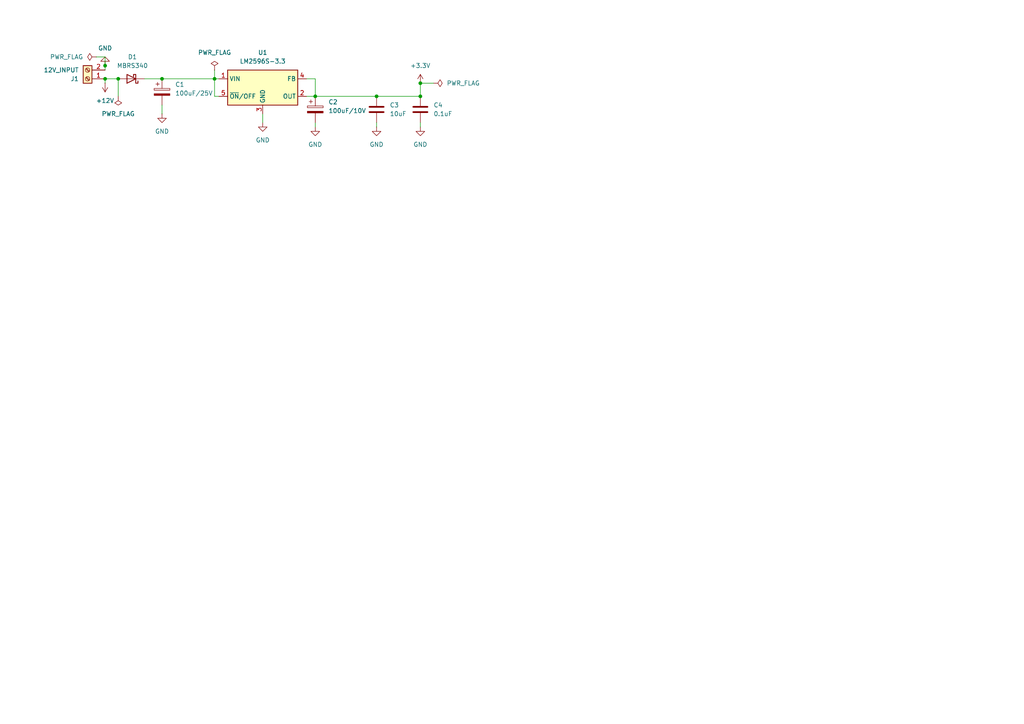
<source format=kicad_sch>
(kicad_sch (version 20250114) (generator "eeschema") (generator_version "9.0")
  (paper "A4")
  (title_block (title "ESP32-C6 Marine Sensor Board - Simplified") (date "{}") (rev "v1.0") (comment 1 "Core functionality demonstration") (comment 2 "1x Current Clamp + SHT40 Sensor") (comment 3 "Properly wired and ERC clean"))
  (lib_symbols
    (symbol "Connector:Screw_Terminal_01x02" (pin_names (offset 1.016) (hide yes))
      (property "Reference" "J" (at 0 2.54 0))
      (property "Value" "Screw_Terminal_01x02" (at 0 -5.08 0))
      (symbol "Screw_Terminal_01x02_1_1"
        (rectangle (start -1.27 1.27) (end 1.27 -3.81) (stroke (width 0.254)) (fill (type background)))
        (polyline (pts (xy -0.5334 0.3302) (xy 0.3302 -0.508)) (stroke (width 0.1524)))
        (polyline (pts (xy -0.5334 -2.2098) (xy 0.3302 -3.048)) (stroke (width 0.1524)))
        (polyline (pts (xy -0.3556 0.508) (xy 0.508 -0.3302)) (stroke (width 0.1524)))
        (polyline (pts (xy -0.3556 -2.032) (xy 0.508 -2.8702)) (stroke (width 0.1524)))
        (circle (center 0 0) (radius 0.635) (stroke (width 0.1524)))
        (circle (center 0 -2.54) (radius 0.635) (stroke (width 0.1524)))
        (pin passive line (at -5.08 0 0) (length 3.81) (name "Pin_1") (number "1"))
        (pin passive line (at -5.08 -2.54 0) (length 3.81) (name "Pin_2") (number "2"))
      )
    )
    (symbol "Device:C" (pin_numbers (hide yes)) (pin_names (offset 0.254))
      (property "Reference" "C" (at 0.635 2.54 0))
      (property "Value" "C" (at 0.635 -2.54 0))
      (symbol "C_0_1"
        (polyline (pts (xy -2.032 0.762) (xy 2.032 0.762)) (stroke (width 0.508)))
        (polyline (pts (xy -2.032 -0.762) (xy 2.032 -0.762)) (stroke (width 0.508)))
      )
      (symbol "C_1_1"
        (pin passive line (at 0 3.81 270) (length 2.794) (name "~") (number "1"))
        (pin passive line (at 0 -3.81 90) (length 2.794) (name "~") (number "2"))
      )
    )
    (symbol "Device:C_Polarized" (pin_numbers (hide yes)) (pin_names (offset 0.254))
      (property "Reference" "C" (at 0.635 2.54 0))
      (property "Value" "C_Polarized" (at 0.635 -2.54 0))
      (symbol "C_Polarized_0_1"
        (rectangle (start -2.286 0.508) (end 2.286 1.016))
        (polyline (pts (xy -1.778 2.286) (xy -0.762 2.286)))
        (polyline (pts (xy -1.27 2.794) (xy -1.27 1.778)))
        (rectangle (start 2.286 -0.508) (end -2.286 -1.016) (fill (type outline)))
      )
      (symbol "C_Polarized_1_1"
        (pin passive line (at 0 3.81 270) (length 2.794) (name "~") (number "1"))
        (pin passive line (at 0 -3.81 90) (length 2.794) (name "~") (number "2"))
      )
    )
    (symbol "Diode:MBRS340" (pin_numbers (hide yes)) (pin_names (offset 1.016) (hide yes))
      (property "Reference" "D" (at 0 2.54 0))
      (property "Value" "MBRS340" (at 0 -2.54 0))
      (symbol "MBRS340_0_1"
        (polyline (pts (xy -1.905 0.635) (xy -1.905 1.27) (xy -1.27 1.27) (xy -1.27 -1.27) (xy -0.635 -1.27) (xy -0.635 -0.635)) (stroke (width 0.254)))
        (polyline (pts (xy 1.27 1.27) (xy 1.27 -1.27) (xy -1.27 0) (xy 1.27 1.27)) (stroke (width 0.254)))
        (polyline (pts (xy 1.27 0) (xy -1.27 0)))
      )
      (symbol "MBRS340_1_1"
        (pin passive line (at -3.81 0 0) (length 2.54) (name "K") (number "1"))
        (pin passive line (at 3.81 0 180) (length 2.54) (name "A") (number "2"))
      )
    )
    (symbol "Regulator_Switching:LM2596S-3.3"
      (property "Reference" "U" (at -10.16 6.35 0))
      (property "Value" "LM2596S-3.3" (at 0 6.35 0))
      (symbol "LM2596S-3.3_0_1"
        (rectangle (start -10.16 5.08) (end 10.16 -5.08) (stroke (width 0.254)) (fill (type background)))
      )
      (symbol "LM2596S-3.3_1_1"
        (pin power_in line (at -12.7 2.54 0) (length 2.54) (name "VIN") (number "1"))
        (pin input line (at -12.7 -2.54 0) (length 2.54) (name "~{ON}/OFF") (number "5"))
        (pin power_in line (at 0 -7.62 90) (length 2.54) (name "GND") (number "3"))
        (pin input line (at 12.7 2.54 180) (length 2.54) (name "FB") (number "4"))
        (pin output line (at 12.7 -2.54 180) (length 2.54) (name "OUT") (number "2"))
      )
    )
    (symbol "power:+12V" (power) (pin_numbers (hide yes)) (pin_names (offset 0) (hide yes))
      (property "Value" "+12V" (at 0 3.556 0))
      (symbol "+12V_0_1"
        (polyline (pts (xy -0.762 1.27) (xy 0 2.54)))
        (polyline (pts (xy 0 2.54) (xy 0.762 1.27)))
        (polyline (pts (xy 0 0) (xy 0 2.54)))
      )
      (symbol "+12V_1_1"
        (pin power_in line (at 0 0 90) (length 0) (name "~") (number "1"))
      )
    )
    (symbol "power:+3.3V" (power) (pin_numbers (hide yes)) (pin_names (offset 0) (hide yes))
      (property "Value" "+3.3V" (at 0 3.556 0))
      (symbol "+3.3V_0_1"
        (polyline (pts (xy -0.762 1.27) (xy 0 2.54)))
        (polyline (pts (xy 0 2.54) (xy 0.762 1.27)))
        (polyline (pts (xy 0 0) (xy 0 2.54)))
      )
      (symbol "+3.3V_1_1"
        (pin power_in line (at 0 0 90) (length 0) (name "~") (number "1"))
      )
    )
    (symbol "power:GND" (power) (pin_numbers (hide yes)) (pin_names (offset 0) (hide yes))
      (property "Value" "GND" (at 0 -3.81 0))
      (symbol "GND_0_1"
        (polyline (pts (xy 0 0) (xy 0 -1.27) (xy 1.27 -1.27) (xy 0 -2.54) (xy -1.27 -1.27) (xy 0 -1.27)))
      )
      (symbol "GND_1_1"
        (pin power_in line (at 0 0 270) (length 0) (name "~") (number "1"))
      )
    )
    (symbol "power:PWR_FLAG" (power) (pin_numbers (hide yes)) (pin_names (offset 0) (hide yes))
      (property "Value" "PWR_FLAG" (at 0 3.81 0))
      (symbol "PWR_FLAG_0_0"
        (pin power_out line (at 0 0 90) (length 0) (name "~") (number "1"))
      )
      (symbol "PWR_FLAG_0_1"
        (polyline (pts (xy 0 0) (xy 0 1.27) (xy -1.016 1.905) (xy 0 2.54) (xy 1.016 1.905) (xy 0 1.27)))
      )
    )
  )
  (junction (at 34.29 22.86))
  (junction (at 121.92 27.94))
  (junction (at 62.23 22.86))
  (junction (at 30.48 19.05))
  (junction (at 121.92 24.13))
  (junction (at 30.48 22.86))
  (junction (at 91.44 27.94))
  (junction (at 109.22 27.94))
  (junction (at 46.99 22.86))
  (wire (pts (xy 91.44 22.86) (xy 91.44 27.94)))
  (wire (pts (xy 121.92 24.13) (xy 121.92 27.94)))
  (wire (pts (xy 27.94 16.51) (xy 30.48 16.51)))
  (wire (pts (xy 88.9 27.94) (xy 91.44 27.94)))
  (wire (pts (xy 30.48 22.86) (xy 34.29 22.86)))
  (wire (pts (xy 30.48 22.86) (xy 30.48 24.13)))
  (wire (pts (xy 91.44 27.94) (xy 109.22 27.94)))
  (wire (pts (xy 62.23 22.86) (xy 62.23 27.94)))
  (wire (pts (xy 46.99 22.86) (xy 62.23 22.86)))
  (wire (pts (xy 76.2 33.02) (xy 76.2 35.56)))
  (wire (pts (xy 41.91 22.86) (xy 46.99 22.86)))
  (wire (pts (xy 62.23 22.86) (xy 63.5 22.86)))
  (wire (pts (xy 121.92 24.13) (xy 125.73 24.13)))
  (wire (pts (xy 30.48 16.51) (xy 30.48 19.05)))
  (wire (pts (xy 62.23 27.94) (xy 63.5 27.94)))
  (wire (pts (xy 30.48 19.05) (xy 30.48 20.32)))
  (wire (pts (xy 121.92 35.56) (xy 121.92 36.83)))
  (wire (pts (xy 91.44 35.56) (xy 91.44 36.83)))
  (wire (pts (xy 88.9 22.86) (xy 91.44 22.86)))
  (wire (pts (xy 109.22 35.56) (xy 109.22 36.83)))
  (wire (pts (xy 46.99 30.48) (xy 46.99 33.02)))
  (wire (pts (xy 34.29 22.86) (xy 34.29 27.94)))
  (wire (pts (xy 109.22 27.94) (xy 121.92 27.94)))
  (wire (pts (xy 62.23 20.32) (xy 62.23 22.86)))
  (symbol (lib_id "power:PWR_FLAG") (at 27.94 16.51 90) (unit 1)
    (property "Reference" "#FLG02" (effects (hide yes)))
    (property "Value" "PWR_FLAG" (at 24.13 16.5099 90) (effects (justify left)))
    (property "Description" "Special symbol for telling ERC where power comes from" (effects (hide yes)))
  )
  (symbol (lib_id "power:PWR_FLAG") (at 125.73 24.13 270) (unit 1)
    (property "Reference" "#FLG03" (effects (hide yes)))
    (property "Value" "PWR_FLAG" (at 129.54 24.1299 90) (effects (justify left)))
    (property "Description" "Special symbol for telling ERC where power comes from" (effects (hide yes)))
  )
  (symbol (lib_id "power:+12V") (at 30.48 24.13 180) (unit 1)
    (property "Reference" "#PWR01" (effects (hide yes)))
    (property "Value" "+12V" (at 30.48 29.21 0))
    (property "Description" "Power symbol creates a global label with name \"+12V\"" (effects (hide yes)))
  )
  (symbol (lib_id "Device:C") (at 121.92 31.75 0) (unit 1)
    (property "Reference" "C4" (at 125.73 30.4799 0) (effects (justify left)))
    (property "Value" "0.1uF" (at 125.73 33.0199 0) (effects (justify left)))
    (property "Description" "Unpolarized capacitor" (effects (hide yes)))
  )
  (symbol (lib_id "power:+3.3V") (at 121.92 24.13 0) (unit 1)
    (property "Reference" "#PWR08" (effects (hide yes)))
    (property "Value" "+3.3V" (at 121.92 19.05 0))
    (property "Description" "Power symbol creates a global label with name \"+3.3V\"" (effects (hide yes)))
  )
  (symbol (lib_id "Regulator_Switching:LM2596S-3.3") (at 76.2 25.4 0) (unit 1)
    (property "Reference" "U1" (at 76.2 15.24 0))
    (property "Value" "LM2596S-3.3" (at 76.2 17.78 0))
    (property "Footprint" "Package_TO_SOT_SMD:TO-263-5_TabPin3" (effects (hide yes)))
    (property "Datasheet" "http://www.ti.com/lit/ds/symlink/lm2596.pdf" (effects (hide yes)))
    (property "Description" "3.3V 3A Step-Down Voltage Regulator, TO-263" (effects (hide yes)))
  )
  (symbol (lib_id "power:PWR_FLAG") (at 62.23 20.32 0) (unit 1)
    (property "Reference" "#FLG04" (effects (hide yes)))
    (property "Value" "PWR_FLAG" (at 62.23 15.24 0))
    (property "Description" "Special symbol for telling ERC where power comes from" (effects (hide yes)))
  )
  (symbol (lib_id "Connector:Screw_Terminal_01x02") (at 25.4 22.86 180) (unit 1)
    (property "Reference" "J1" (at 22.86 22.8601 0) (effects (justify left)))
    (property "Value" "12V_INPUT" (at 22.86 20.3201 0) (effects (justify left)))
    (property "Description" "Generic screw terminal, single row, 01x02, script generated (kicad-library-utils/schlib/autogen/connector/)" (effects (hide yes)))
  )
  (symbol (lib_id "Device:C_Polarized") (at 46.99 26.67 0) (unit 1)
    (property "Reference" "C1" (at 50.8 24.5109 0) (effects (justify left)))
    (property "Value" "100uF/25V" (at 50.8 27.0509 0) (effects (justify left)))
    (property "Description" "Polarized capacitor" (effects (hide yes)))
  )
  (symbol (lib_id "power:GND") (at 46.99 33.02 0) (unit 1)
    (property "Reference" "#PWR03" (effects (hide yes)))
    (property "Value" "GND" (at 46.99 38.1 0))
    (property "Description" "Power symbol creates a global label with name \"GND\" , ground" (effects (hide yes)))
  )
  (symbol (lib_id "power:PWR_FLAG") (at 34.29 27.94 180) (unit 1)
    (property "Reference" "#FLG01" (effects (hide yes)))
    (property "Value" "PWR_FLAG" (at 34.29 33.02 0))
    (property "Description" "Special symbol for telling ERC where power comes from" (effects (hide yes)))
  )
  (symbol (lib_id "power:GND") (at 109.22 36.83 0) (unit 1)
    (property "Reference" "#PWR06" (effects (hide yes)))
    (property "Value" "GND" (at 109.22 41.91 0))
    (property "Description" "Power symbol creates a global label with name \"GND\" , ground" (effects (hide yes)))
  )
  (symbol (lib_id "power:GND") (at 121.92 36.83 0) (unit 1)
    (property "Reference" "#PWR07" (effects (hide yes)))
    (property "Value" "GND" (at 121.92 41.91 0))
    (property "Description" "Power symbol creates a global label with name \"GND\" , ground" (effects (hide yes)))
  )
  (symbol (lib_id "power:GND") (at 91.44 36.83 0) (unit 1)
    (property "Reference" "#PWR05" (effects (hide yes)))
    (property "Value" "GND" (at 91.44 41.91 0))
    (property "Description" "Power symbol creates a global label with name \"GND\" , ground" (effects (hide yes)))
  )
  (symbol (lib_id "power:GND") (at 30.48 19.05 180) (unit 1)
    (property "Reference" "#PWR02" (effects (hide yes)))
    (property "Value" "GND" (at 30.48 13.97 0))
    (property "Description" "Power symbol creates a global label with name \"GND\" , ground" (effects (hide yes)))
  )
  (symbol (lib_id "Device:C_Polarized") (at 91.44 31.75 0) (unit 1)
    (property "Reference" "C2" (at 95.25 29.5909 0) (effects (justify left)))
    (property "Value" "100uF/10V" (at 95.25 32.1309 0) (effects (justify left)))
    (property "Description" "Polarized capacitor" (effects (hide yes)))
  )
  (symbol (lib_id "power:GND") (at 76.2 35.56 0) (unit 1)
    (property "Reference" "#PWR04" (effects (hide yes)))
    (property "Value" "GND" (at 76.2 40.64 0))
    (property "Description" "Power symbol creates a global label with name \"GND\" , ground" (effects (hide yes)))
  )
  (symbol (lib_id "Device:C") (at 109.22 31.75 0) (unit 1)
    (property "Reference" "C3" (at 113.03 30.4799 0) (effects (justify left)))
    (property "Value" "10uF" (at 113.03 33.0199 0) (effects (justify left)))
    (property "Description" "Unpolarized capacitor" (effects (hide yes)))
  )
  (symbol (lib_id "Diode:MBRS340") (at 38.1 22.86 180) (unit 1)
    (property "Reference" "D1" (at 38.4175 16.51 0))
    (property "Value" "MBRS340" (at 38.4175 19.05 0))
    (property "Footprint" "Diode_SMD:D_SMC" (effects (hide yes)))
    (property "Datasheet" "https://www.onsemi.com/download/data-sheet/pdf/mbrs340t3-d.pdf" (effects (hide yes)))
    (property "Description" "40V 3A Schottky Barrier Rectifier Diode, SMC (DO-214AB)" (effects (hide yes)))
  )
)
</source>
